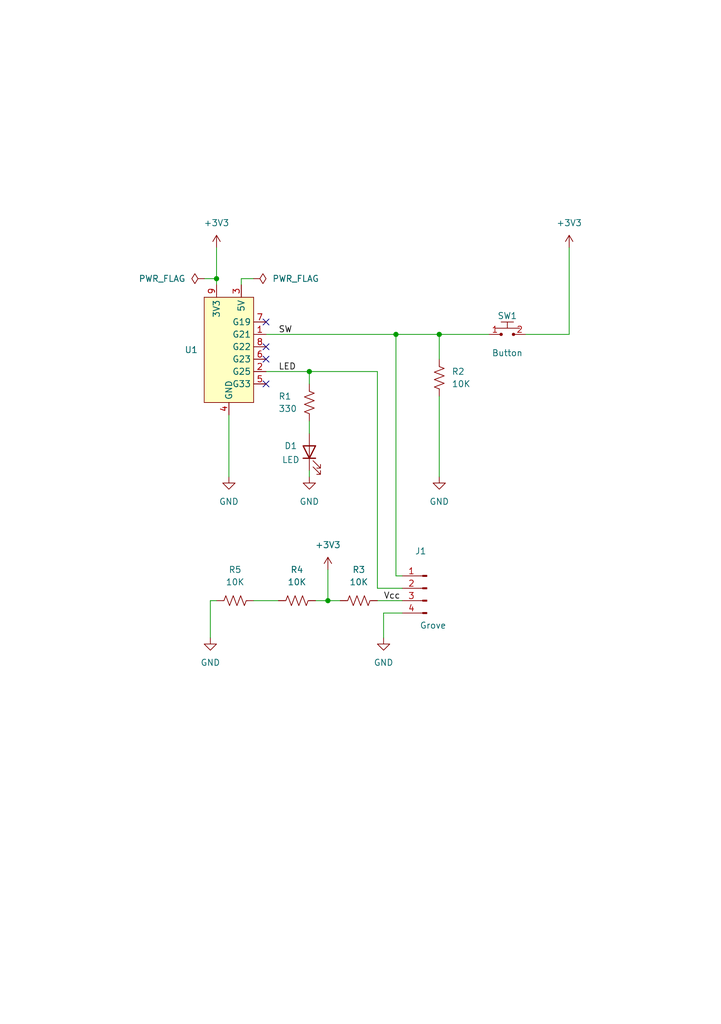
<source format=kicad_sch>
(kicad_sch (version 20230121) (generator eeschema)
  (paper "A5" portrait)
  (title_block (title "M5 Atom Carrier Board") (date "2023-11-11") (rev "1"))
  (lib_symbols
    (symbol "Connector:Conn_01x04_Pin" (pin_names (offset 1.016) hide)
      (property "Reference" "J" (at 0 5.08 0))
      (property "Value" "Conn_01x04_Pin" (at 0 -7.62 0))
      (symbol "Conn_01x04_Pin_1_1"
        (polyline (pts (xy 1.27 -5.08) (xy 0.8636 -5.08)) (stroke (width 0.1524)))
        (polyline (pts (xy 1.27 -2.54) (xy 0.8636 -2.54)) (stroke (width 0.1524)))
        (polyline (pts (xy 1.27 0) (xy 0.8636 0)) (stroke (width 0.1524)))
        (polyline (pts (xy 1.27 2.54) (xy 0.8636 2.54)) (stroke (width 0.1524)))
        (rectangle (start 0.8636 -4.953) (end 0 -5.207) (stroke (width 0.1524)) (fill (type outline)))
        (rectangle (start 0.8636 -2.413) (end 0 -2.667) (stroke (width 0.1524)) (fill (type outline)))
        (rectangle (start 0.8636 0.127) (end 0 -0.127) (stroke (width 0.1524)) (fill (type outline)))
        (rectangle (start 0.8636 2.667) (end 0 2.413) (stroke (width 0.1524)) (fill (type outline)))
        (pin passive line (at 5.08 2.54 180) (length 3.81) (name "Pin_1") (number "1"))
        (pin passive line (at 5.08 0 180) (length 3.81) (name "Pin_2") (number "2"))
        (pin passive line (at 5.08 -2.54 180) (length 3.81) (name "Pin_3") (number "3"))
        (pin passive line (at 5.08 -5.08 180) (length 3.81) (name "Pin_4") (number "4"))
      )
    )
    (symbol "Device:LED" (pin_numbers hide) (pin_names (offset 1.016) hide)
      (property "Reference" "D" (at 0 2.54 0))
      (property "Value" "LED" (at 0 -2.54 0))
      (symbol "LED_0_1"
        (polyline (pts (xy -1.27 -1.27) (xy -1.27 1.27)) (stroke (width 0.254)))
        (polyline (pts (xy -1.27 0) (xy 1.27 0)))
        (polyline (pts (xy 1.27 -1.27) (xy 1.27 1.27) (xy -1.27 0) (xy 1.27 -1.27)) (stroke (width 0.254)))
        (polyline (pts (xy -3.048 -0.762) (xy -4.572 -2.286) (xy -3.81 -2.286) (xy -4.572 -2.286) (xy -4.572 -1.524)))
        (polyline (pts (xy -1.778 -0.762) (xy -3.302 -2.286) (xy -2.54 -2.286) (xy -3.302 -2.286) (xy -3.302 -1.524)))
      )
      (symbol "LED_1_1"
        (pin passive line (at -3.81 0 0) (length 2.54) (name "K") (number "1"))
        (pin passive line (at 3.81 0 180) (length 2.54) (name "A") (number "2"))
      )
    )
    (symbol "Device:R_US" (pin_numbers hide) (pin_names (offset 0))
      (property "Reference" "R" (at 2.54 0 90))
      (property "Value" "R_US" (at -2.54 0 90))
      (symbol "R_US_0_1"
        (polyline (pts (xy 0 -2.286) (xy 0 -2.54)))
        (polyline (pts (xy 0 2.286) (xy 0 2.54)))
        (polyline (pts (xy 0 -0.762) (xy 1.016 -1.143) (xy 0 -1.524) (xy -1.016 -1.905) (xy 0 -2.286)))
        (polyline (pts (xy 0 0.762) (xy 1.016 0.381) (xy 0 0) (xy -1.016 -0.381) (xy 0 -0.762)))
        (polyline (pts (xy 0 2.286) (xy 1.016 1.905) (xy 0 1.524) (xy -1.016 1.143) (xy 0 0.762)))
      )
      (symbol "R_US_1_1"
        (pin passive line (at 0 3.81 270) (length 1.27) (name "~") (number "1"))
        (pin passive line (at 0 -3.81 90) (length 1.27) (name "~") (number "2"))
      )
    )
    (symbol "M5Stack:M5Atom"
      (property "Reference" "U?" (at -6.35 11.43 0))
      (symbol "M5Atom_1_1"
        (rectangle (start -5.08 10.16) (end 5.08 -11.43) (fill (type background)))
        (pin bidirectional line (at 7.62 2.54 180) (length 2.54) (name "G21") (number "1"))
        (pin bidirectional line (at 7.62 -5.08 180) (length 2.54) (name "G25") (number "2"))
        (pin power_in line (at 2.54 12.7 270) (length 2.54) (name "5V") (number "3"))
        (pin power_out line (at 0 -13.97 90) (length 2.54) (name "GND") (number "4"))
        (pin bidirectional line (at 7.62 -7.62 180) (length 2.54) (name "G33") (number "5"))
        (pin bidirectional line (at 7.62 -2.54 180) (length 2.54) (name "G23") (number "6"))
        (pin bidirectional line (at 7.62 5.08 180) (length 2.54) (name "G19") (number "7"))
        (pin bidirectional line (at 7.62 0 180) (length 2.54) (name "G22") (number "8"))
        (pin power_in line (at -2.54 12.7 270) (length 2.54) (name "3V3") (number "9"))
      )
    )
    (symbol "Switch_SPST:SparkFun_COM-08720" (pin_names (offset 0))
      (property "Reference" "SW" (at 0 3.81 0))
      (property "Value" "SparkFun_COM-08720" (at 0 -3.81 0))
      (symbol "SparkFun_COM-08720_1_1"
        (circle (center -1.27 0) (radius 0.2577) (fill (type outline)))
        (polyline (pts (xy -1.27 2.54) (xy 1.27 2.54)))
        (polyline (pts (xy -2.54 1.27) (xy 2.54 1.27) (xy 0 1.27) (xy 0 2.54)))
        (circle (center 1.27 0) (radius 0.2577) (fill (type outline)))
        (pin passive line (at -3.81 0 0) (length 2.54) (name "") (number "1"))
        (pin passive line (at 3.81 0 180) (length 2.54) (name "") (number "2"))
      )
    )
    (symbol "power:+3V3" (power) (pin_names (offset 0))
      (property "Value" "+3V3" (at 0 3.556 0))
      (symbol "+3V3_0_1"
        (polyline (pts (xy -0.762 1.27) (xy 0 2.54)))
        (polyline (pts (xy 0 0) (xy 0 2.54)))
        (polyline (pts (xy 0 2.54) (xy 0.762 1.27)))
      )
      (symbol "+3V3_1_1"
        (pin power_in line (at 0 0 90) (length 0) hide (name "+3V3") (number "1"))
      )
    )
    (symbol "power:GND" (power) (pin_names (offset 0))
      (property "Value" "GND" (at 0 -3.81 0))
      (symbol "GND_0_1"
        (polyline (pts (xy 0 0) (xy 0 -1.27) (xy 1.27 -1.27) (xy 0 -2.54) (xy -1.27 -1.27) (xy 0 -1.27)))
      )
      (symbol "GND_1_1"
        (pin power_in line (at 0 0 270) (length 0) hide (name "GND") (number "1"))
      )
    )
    (symbol "power:PWR_FLAG" (power) (pin_numbers hide) (pin_names (offset 0) hide)
      (property "Value" "PWR_FLAG" (at 0 3.81 0))
      (symbol "PWR_FLAG_0_0"
        (pin power_out line (at 0 0 90) (length 0) (name "pwr") (number "1"))
      )
      (symbol "PWR_FLAG_0_1"
        (polyline (pts (xy 0 0) (xy 0 1.27) (xy -1.016 1.905) (xy 0 2.54) (xy 1.016 1.905) (xy 0 1.27)))
      )
    )
  )
  (junction (at 67.31 123.19))
  (junction (at 44.45 57.15))
  (junction (at 81.28 68.58))
  (junction (at 90.17 68.58))
  (junction (at 63.5 76.2))
  (no_connect (at 54.61 71.12))
  (no_connect (at 54.61 78.74))
  (no_connect (at 54.61 73.66))
  (no_connect (at 54.61 66.04))
  (wire (pts (xy 67.31 123.19) (xy 69.85 123.19)))
  (wire (pts (xy 90.17 68.58) (xy 90.17 73.66)))
  (wire (pts (xy 82.55 118.11) (xy 81.28 118.11)))
  (wire (pts (xy 44.45 123.19) (xy 43.18 123.19)))
  (wire (pts (xy 54.61 76.2) (xy 63.5 76.2)))
  (wire (pts (xy 67.31 116.84) (xy 67.31 123.19)))
  (wire (pts (xy 90.17 68.58) (xy 100.33 68.58)))
  (wire (pts (xy 81.28 118.11) (xy 81.28 68.58)))
  (wire (pts (xy 63.5 96.52) (xy 63.5 97.79)))
  (wire (pts (xy 63.5 86.36) (xy 63.5 88.9)))
  (wire (pts (xy 77.47 123.19) (xy 82.55 123.19)))
  (wire (pts (xy 90.17 81.28) (xy 90.17 97.79)))
  (wire (pts (xy 63.5 76.2) (xy 77.47 76.2)))
  (wire (pts (xy 63.5 76.2) (xy 63.5 78.74)))
  (wire (pts (xy 81.28 68.58) (xy 90.17 68.58)))
  (wire (pts (xy 54.61 68.58) (xy 81.28 68.58)))
  (wire (pts (xy 46.99 85.09) (xy 46.99 97.79)))
  (wire (pts (xy 78.74 125.73) (xy 78.74 130.81)))
  (wire (pts (xy 52.07 123.19) (xy 57.15 123.19)))
  (wire (pts (xy 82.55 125.73) (xy 78.74 125.73)))
  (wire (pts (xy 77.47 120.65) (xy 77.47 76.2)))
  (wire (pts (xy 44.45 50.8) (xy 44.45 57.15)))
  (wire (pts (xy 44.45 57.15) (xy 44.45 58.42)))
  (wire (pts (xy 41.91 57.15) (xy 44.45 57.15)))
  (wire (pts (xy 116.84 50.8) (xy 116.84 68.58)))
  (wire (pts (xy 64.77 123.19) (xy 67.31 123.19)))
  (wire (pts (xy 43.18 123.19) (xy 43.18 130.81)))
  (wire (pts (xy 82.55 120.65) (xy 77.47 120.65)))
  (wire (pts (xy 107.95 68.58) (xy 116.84 68.58)))
  (wire (pts (xy 49.53 57.15) (xy 49.53 58.42)))
  (wire (pts (xy 49.53 57.15) (xy 52.07 57.15)))
  (label "SW" (at 57.15 68.58 0))
  (label "LED" (at 57.15 76.2 0))
  (label "Vcc" (at 78.74 123.19 0))
  (symbol (lib_id "Device:R_US") (at 73.66 123.19 90) (unit 1)
    (property "Reference" "R3" (at 73.66 116.84 90))
    (property "Value" "10K" (at 73.66 119.38 90))
    (property "Footprint" "Resistor_SMD:R_0805_2012Metric_Pad1.20x1.40mm_HandSolder" (effects hide))
  )
  (symbol (lib_id "Switch_SPST:SparkFun_COM-08720") (at 104.14 68.58 0) (unit 1)
    (property "Reference" "SW1" (at 104.14 64.77 0))
    (property "Value" "Button" (at 104.14 72.39 0))
    (property "Footprint" "Switch_SMD:SparkFun_COM-08720" (effects hide))
  )
  (symbol (lib_id "Device:R_US") (at 48.26 123.19 90) (unit 1)
    (property "Reference" "R5" (at 48.26 116.84 90))
    (property "Value" "10K" (at 48.26 119.38 90))
    (property "Footprint" "Resistor_SMD:R_0805_2012Metric_Pad1.20x1.40mm_HandSolder" (effects hide))
  )
  (symbol (lib_id "power:+3V3") (at 44.45 50.8 0) (unit 1)
    (property "Reference" "#PWR05" (effects hide))
    (property "Value" "+3V3" (at 44.45 45.72 0))
  )
  (symbol (lib_id "power:GND") (at 63.5 97.79 0) (unit 1)
    (property "Reference" "#PWR03" (effects hide))
    (property "Value" "GND" (at 63.5 102.87 0))
  )
  (symbol (lib_id "Device:R_US") (at 90.17 77.47 0) (unit 1)
    (property "Reference" "R2" (at 92.71 76.2 0) (effects (justify left)))
    (property "Value" "10K" (at 92.71 78.74 0) (effects (justify left)))
    (property "Footprint" "Resistor_SMD:R_0805_2012Metric_Pad1.20x1.40mm_HandSolder" (effects hide))
  )
  (symbol (lib_id "Connector:Conn_01x04_Pin") (at 87.63 120.65 0) (mirror y) (unit 1)
    (property "Reference" "J1" (at 86.36 113.03 0))
    (property "Value" "Grove" (at 88.9 128.27 0))
    (property "Footprint" "Connector:NS-Tech_Grove_1x04_P2mm_Vertical" (effects hide))
  )
  (symbol (lib_id "M5Stack:M5Atom") (at 46.99 71.12 0) (unit 1)
    (property "Reference" "U1" (at 40.64 71.755 0) (effects (justify right)))
    (property "Value" "M5Atom" (effects hide))
    (property "Footprint" "M5Stack_THT:M5Atom" (effects hide))
  )
  (symbol (lib_id "power:PWR_FLAG") (at 52.07 57.15 270) (unit 1)
    (property "Reference" "#FLG02" (effects hide))
    (property "Value" "PWR_FLAG" (at 55.88 57.15 90) (effects (justify left)))
  )
  (symbol (lib_id "power:GND") (at 90.17 97.79 0) (unit 1)
    (property "Reference" "#PWR01" (effects hide))
    (property "Value" "GND" (at 90.17 102.87 0))
  )
  (symbol (lib_id "power:PWR_FLAG") (at 41.91 57.15 90) (unit 1)
    (property "Reference" "#FLG01" (effects hide))
    (property "Value" "PWR_FLAG" (at 38.1 57.15 90) (effects (justify left)))
  )
  (symbol (lib_id "Device:R_US") (at 63.5 82.55 0) (unit 1)
    (property "Reference" "R1" (at 57.15 81.28 0) (effects (justify left)))
    (property "Value" "330" (at 57.15 83.82 0) (effects (justify left)))
    (property "Footprint" "Resistor_SMD:R_0805_2012Metric_Pad1.20x1.40mm_HandSolder" (effects hide))
  )
  (symbol (lib_id "power:+3V3") (at 116.84 50.8 0) (unit 1)
    (property "Reference" "#PWR02" (effects hide))
    (property "Value" "+3V3" (at 116.84 45.72 0))
  )
  (symbol (lib_id "power:GND") (at 46.99 97.79 0) (unit 1)
    (property "Reference" "#PWR04" (effects hide))
    (property "Value" "GND" (at 46.99 102.87 0))
  )
  (symbol (lib_id "power:+3V3") (at 67.31 116.84 0) (unit 1)
    (property "Reference" "#PWR08" (effects hide))
    (property "Value" "+3V3" (at 67.31 111.76 0))
  )
  (symbol (lib_id "Device:LED") (at 63.5 92.71 90) (unit 1)
    (property "Reference" "D1" (at 59.69 91.44 90))
    (property "Value" "LED" (at 59.69 94.2975 90))
    (property "Footprint" "LED_SMD:LED_0805_2012Metric_Pad1.15x1.40mm_HandSolder" (effects hide))
  )
  (symbol (lib_id "power:GND") (at 78.74 130.81 0) (unit 1)
    (property "Reference" "#PWR06" (effects hide))
    (property "Value" "GND" (at 78.74 135.89 0))
  )
  (symbol (lib_id "Device:R_US") (at 60.96 123.19 90) (unit 1)
    (property "Reference" "R4" (at 60.96 116.84 90))
    (property "Value" "10K" (at 60.96 119.38 90))
    (property "Footprint" "Resistor_SMD:R_0805_2012Metric_Pad1.20x1.40mm_HandSolder" (effects hide))
  )
  (symbol (lib_id "power:GND") (at 43.18 130.81 0) (unit 1)
    (property "Reference" "#PWR07" (effects hide))
    (property "Value" "GND" (at 43.18 135.89 0))
  )
)
</source>
